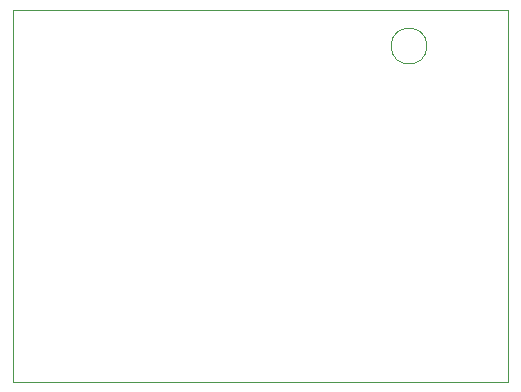
<source format=gm1>
G04 #@! TF.GenerationSoftware,KiCad,Pcbnew,(6.0.0)*
G04 #@! TF.CreationDate,2022-04-16T22:58:20-07:00*
G04 #@! TF.ProjectId,Output Module,4f757470-7574-4204-9d6f-64756c652e6b,rev?*
G04 #@! TF.SameCoordinates,Original*
G04 #@! TF.FileFunction,Profile,NP*
%FSLAX46Y46*%
G04 Gerber Fmt 4.6, Leading zero omitted, Abs format (unit mm)*
G04 Created by KiCad (PCBNEW (6.0.0)) date 2022-04-16 22:58:20*
%MOMM*%
%LPD*%
G01*
G04 APERTURE LIST*
G04 #@! TA.AperFunction,Profile*
%ADD10C,0.100000*%
G04 #@! TD*
G04 APERTURE END LIST*
D10*
X102316000Y-103440000D02*
X144226000Y-103440000D01*
X144226000Y-103440000D02*
X144226000Y-71944000D01*
X144226000Y-71944000D02*
X102316000Y-71944000D01*
X102316000Y-71944000D02*
X102316000Y-103440000D01*
X137368000Y-74992000D02*
G75*
G03*
X137368000Y-74992000I-1524000J0D01*
G01*
M02*

</source>
